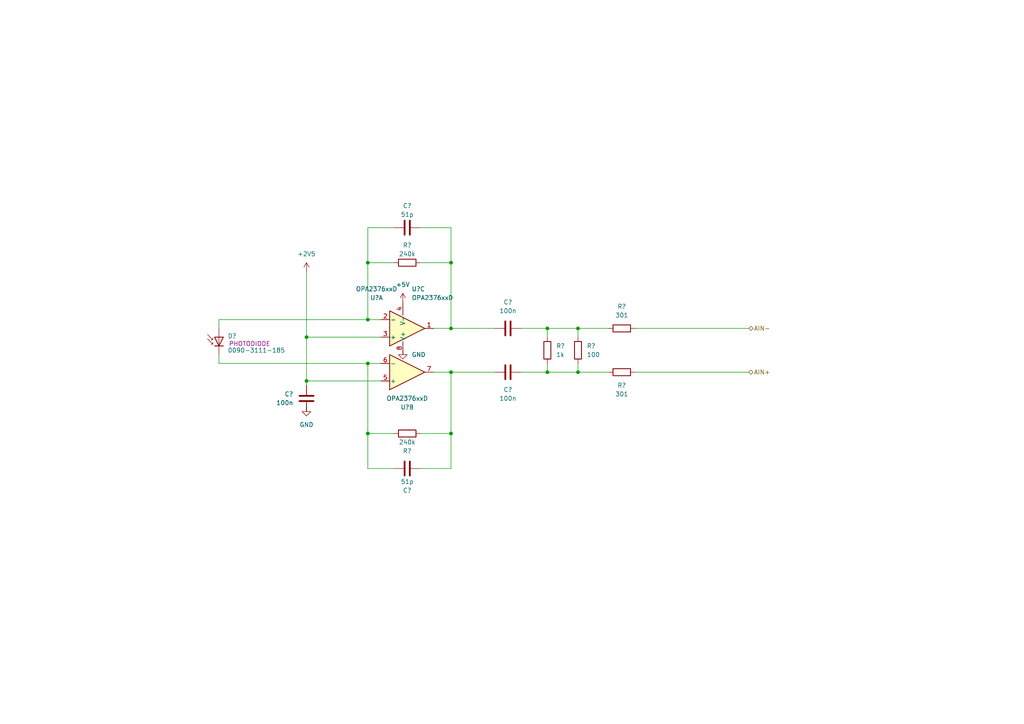
<source format=kicad_sch>
(kicad_sch (version 20211123) (generator eeschema)
  (paper "A4")
  (lib_symbols
    (symbol "Amplifier_Operational:OPA2376xxD" (pin_names (offset 0.127))
      (property "Reference" "U" (at 0 5.08 0))
      (property "Value" "OPA2376xxD" (at 0 -5.08 0))
      (symbol "OPA2376xxD_1_1"
        (polyline (pts (xy -5.08 5.08) (xy 5.08 0) (xy -5.08 -5.08) (xy -5.08 5.08)) (stroke (width 0.254)) (fill (type background)))
        (pin output line (at 7.62 0 180) (length 2.54) (name "~") (number "1"))
        (pin input line (at -7.62 -2.54 0) (length 2.54) (name "-") (number "2"))
        (pin input line (at -7.62 2.54 0) (length 2.54) (name "+") (number "3"))
      )
      (symbol "OPA2376xxD_2_1"
        (polyline (pts (xy -5.08 5.08) (xy 5.08 0) (xy -5.08 -5.08) (xy -5.08 5.08)) (stroke (width 0.254)) (fill (type background)))
        (pin input line (at -7.62 2.54 0) (length 2.54) (name "+") (number "5"))
        (pin input line (at -7.62 -2.54 0) (length 2.54) (name "-") (number "6"))
        (pin output line (at 7.62 0 180) (length 2.54) (name "~") (number "7"))
      )
      (symbol "OPA2376xxD_3_1"
        (pin power_in line (at -2.54 -7.62 90) (length 3.81) (name "V-") (number "4"))
        (pin power_in line (at -2.54 7.62 270) (length 3.81) (name "V+") (number "8"))
      )
    )
    (symbol "Device:C" (pin_numbers hide) (pin_names (offset 0.254))
      (property "Reference" "C" (at 0.635 2.54 0))
      (property "Value" "C" (at 0.635 -2.54 0))
      (symbol "C_0_1"
        (polyline (pts (xy -2.032 -0.762) (xy 2.032 -0.762)) (stroke (width 0.508)))
        (polyline (pts (xy -2.032 0.762) (xy 2.032 0.762)) (stroke (width 0.508)))
      )
      (symbol "C_1_1"
        (pin passive line (at 0 3.81 270) (length 2.794) (name "~") (number "1"))
        (pin passive line (at 0 -3.81 90) (length 2.794) (name "~") (number "2"))
      )
    )
    (symbol "Device:D_Photo" (pin_numbers hide) (pin_names hide)
      (property "Reference" "D" (at 0.508 1.778 0))
      (property "Value" "D_Photo" (at -1.016 -2.794 0))
      (symbol "D_Photo_0_1"
        (polyline (pts (xy -2.54 1.27) (xy -2.54 -1.27)) (stroke (width 0.254)))
        (polyline (pts (xy -2.032 1.778) (xy -1.524 1.778)))
        (polyline (pts (xy 0 0) (xy -2.54 0)))
        (polyline (pts (xy -0.508 3.302) (xy -2.032 1.778) (xy -2.032 2.286)))
        (polyline (pts (xy 0 -1.27) (xy 0 1.27) (xy -2.54 0) (xy 0 -1.27)) (stroke (width 0.254)))
        (polyline (pts (xy 0.762 3.302) (xy -0.762 1.778) (xy -0.762 2.286) (xy -0.762 1.778) (xy -0.254 1.778)))
      )
      (symbol "D_Photo_1_1"
        (pin passive line (at -5.08 0 0) (length 2.54) (name "K") (number "1"))
        (pin passive line (at 2.54 0 180) (length 2.54) (name "A") (number "2"))
      )
    )
    (symbol "Device:R" (pin_numbers hide) (pin_names (offset 0))
      (property "Reference" "R" (at 2.032 0 90))
      (property "Value" "R" (at 0 0 90))
      (symbol "R_0_1"
        (rectangle (start -1.016 -2.54) (end 1.016 2.54) (stroke (width 0.254)))
      )
      (symbol "R_1_1"
        (pin passive line (at 0 3.81 270) (length 1.27) (name "~") (number "1"))
        (pin passive line (at 0 -3.81 90) (length 1.27) (name "~") (number "2"))
      )
    )
    (symbol "power:+2V5" (power) (pin_names (offset 0))
      (property "Value" "+2V5" (at 0 3.556 0))
      (symbol "+2V5_0_1"
        (polyline (pts (xy -0.762 1.27) (xy 0 2.54)))
        (polyline (pts (xy 0 0) (xy 0 2.54)))
        (polyline (pts (xy 0 2.54) (xy 0.762 1.27)))
      )
      (symbol "+2V5_1_1"
        (pin power_in line (at 0 0 90) (length 0) hide (name "+2V5") (number "1"))
      )
    )
    (symbol "power:+5V" (power) (pin_names (offset 0))
      (property "Value" "+5V" (at 0 3.556 0))
      (symbol "+5V_0_1"
        (polyline (pts (xy -0.762 1.27) (xy 0 2.54)))
        (polyline (pts (xy 0 0) (xy 0 2.54)))
        (polyline (pts (xy 0 2.54) (xy 0.762 1.27)))
      )
      (symbol "+5V_1_1"
        (pin power_in line (at 0 0 90) (length 0) hide (name "+5V") (number "1"))
      )
    )
    (symbol "power:GND" (power) (pin_names (offset 0))
      (property "Value" "GND" (at 0 -3.81 0))
      (symbol "GND_0_1"
        (polyline (pts (xy 0 0) (xy 0 -1.27) (xy 1.27 -1.27) (xy 0 -2.54) (xy -1.27 -1.27) (xy 0 -1.27)))
      )
      (symbol "GND_1_1"
        (pin power_in line (at 0 0 270) (length 0) hide (name "GND") (number "1"))
      )
    )
  )
  (junction (at 130.81 76.2))
  (junction (at 88.9 97.79))
  (junction (at 130.81 95.25))
  (junction (at 167.64 107.95))
  (junction (at 106.68 76.2))
  (junction (at 106.68 105.41))
  (junction (at 158.75 107.95))
  (junction (at 130.81 125.73))
  (junction (at 167.64 95.25))
  (junction (at 106.68 125.73))
  (junction (at 106.68 92.71))
  (junction (at 130.81 107.95))
  (junction (at 158.75 95.25))
  (junction (at 88.9 110.49))
  (wire (pts (xy 63.5 95.25) (xy 63.5 92.71)))
  (wire (pts (xy 167.64 95.25) (xy 176.53 95.25)))
  (wire (pts (xy 106.68 105.41) (xy 106.68 125.73)))
  (wire (pts (xy 130.81 125.73) (xy 130.81 107.95)))
  (wire (pts (xy 158.75 107.95) (xy 167.64 107.95)))
  (wire (pts (xy 151.13 95.25) (xy 158.75 95.25)))
  (wire (pts (xy 106.68 105.41) (xy 110.49 105.41)))
  (wire (pts (xy 63.5 105.41) (xy 106.68 105.41)))
  (wire (pts (xy 184.15 107.95) (xy 217.17 107.95)))
  (wire (pts (xy 106.68 92.71) (xy 106.68 76.2)))
  (wire (pts (xy 125.73 95.25) (xy 130.81 95.25)))
  (wire (pts (xy 151.13 107.95) (xy 158.75 107.95)))
  (wire (pts (xy 125.73 107.95) (xy 130.81 107.95)))
  (wire (pts (xy 158.75 95.25) (xy 167.64 95.25)))
  (wire (pts (xy 121.92 125.73) (xy 130.81 125.73)))
  (wire (pts (xy 106.68 125.73) (xy 114.3 125.73)))
  (wire (pts (xy 88.9 97.79) (xy 110.49 97.79)))
  (wire (pts (xy 130.81 107.95) (xy 143.51 107.95)))
  (wire (pts (xy 106.68 76.2) (xy 114.3 76.2)))
  (wire (pts (xy 106.68 92.71) (xy 110.49 92.71)))
  (wire (pts (xy 106.68 66.04) (xy 106.68 76.2)))
  (wire (pts (xy 106.68 135.89) (xy 114.3 135.89)))
  (wire (pts (xy 130.81 66.04) (xy 130.81 76.2)))
  (wire (pts (xy 106.68 125.73) (xy 106.68 135.89)))
  (wire (pts (xy 130.81 95.25) (xy 143.51 95.25)))
  (wire (pts (xy 88.9 119.38) (xy 88.9 118.11)))
  (wire (pts (xy 116.84 101.6) (xy 116.84 102.87)))
  (wire (pts (xy 88.9 78.74) (xy 88.9 97.79)))
  (wire (pts (xy 184.15 95.25) (xy 217.17 95.25)))
  (wire (pts (xy 158.75 95.25) (xy 158.75 97.79)))
  (wire (pts (xy 88.9 110.49) (xy 88.9 111.76)))
  (wire (pts (xy 158.75 105.41) (xy 158.75 107.95)))
  (wire (pts (xy 167.64 107.95) (xy 176.53 107.95)))
  (wire (pts (xy 121.92 135.89) (xy 130.81 135.89)))
  (wire (pts (xy 130.81 125.73) (xy 130.81 135.89)))
  (wire (pts (xy 121.92 76.2) (xy 130.81 76.2)))
  (wire (pts (xy 106.68 66.04) (xy 114.3 66.04)))
  (wire (pts (xy 167.64 105.41) (xy 167.64 107.95)))
  (wire (pts (xy 88.9 97.79) (xy 88.9 110.49)))
  (wire (pts (xy 130.81 76.2) (xy 130.81 95.25)))
  (wire (pts (xy 63.5 92.71) (xy 106.68 92.71)))
  (wire (pts (xy 63.5 102.87) (xy 63.5 105.41)))
  (wire (pts (xy 121.92 66.04) (xy 130.81 66.04)))
  (wire (pts (xy 167.64 95.25) (xy 167.64 97.79)))
  (wire (pts (xy 88.9 110.49) (xy 110.49 110.49)))
  (hierarchical_label "AIN-" (shape bidirectional) (at 217.17 95.25 0))
  (hierarchical_label "AIN+" (shape bidirectional) (at 217.17 107.95 0))
  (symbol (lib_id "Device:R") (at 167.64 101.6 0) (unit 1)
    (property "Reference" "R?" (at 170.18 100.3299 0) (effects (justify left)))
    (property "Value" "100" (at 170.18 102.8699 0) (effects (justify left)))
  )
  (symbol (lib_id "power:GND") (at 88.9 118.11 0) (unit 1)
    (property "Reference" "#PWR?" (effects hide))
    (property "Value" "GND" (at 88.9 123.19 0))
  )
  (symbol (lib_id "Device:R") (at 118.11 125.73 270) (mirror x) (unit 1)
    (property "Reference" "R?" (at 118.11 130.81 90))
    (property "Value" "240k" (at 118.11 128.27 90))
  )
  (symbol (lib_id "Device:R") (at 180.34 95.25 90) (unit 1)
    (property "Reference" "R?" (at 180.34 88.9 90))
    (property "Value" "301" (at 180.34 91.44 90))
  )
  (symbol (lib_id "Device:R") (at 118.11 76.2 90) (unit 1)
    (property "Reference" "R?" (at 118.11 71.12 90))
    (property "Value" "240k" (at 118.11 73.66 90))
  )
  (symbol (lib_id "Device:R") (at 158.75 101.6 0) (unit 1)
    (property "Reference" "R?" (at 161.29 100.3299 0) (effects (justify left)))
    (property "Value" "1k" (at 161.29 102.8699 0) (effects (justify left)))
  )
  (symbol (lib_id "power:+5V") (at 116.84 87.63 0) (unit 1)
    (property "Reference" "#PWR?" (effects hide))
    (property "Value" "+5V" (at 116.84 82.55 0))
  )
  (symbol (lib_id "power:+2V5") (at 88.9 78.74 0) (unit 1)
    (property "Reference" "#PWR?" (effects hide))
    (property "Value" "+2V5" (at 88.9 73.66 0))
  )
  (symbol (lib_id "Amplifier_Operational:OPA2376xxD") (at 114.3 95.25 180) (unit 3)
    (property "Reference" "U?" (at 119.38 83.82 0) (effects (justify right)))
    (property "Value" "OPA2376xxD" (at 119.38 86.36 0) (effects (justify right)))
    (property "Datasheet" "http://www.ti.com/lit/ds/symlink/opa376.pdf" (effects hide))
  )
  (symbol (lib_id "Device:C") (at 118.11 135.89 90) (unit 1)
    (property "Reference" "C?" (at 118.11 142.24 90))
    (property "Value" "51p" (at 118.11 139.7 90))
  )
  (symbol (lib_id "Amplifier_Operational:OPA2376xxD") (at 118.11 95.25 0) (mirror x) (unit 1)
    (property "Reference" "U?" (at 109.22 86.36 0))
    (property "Value" "OPA2376xxD" (at 109.22 83.82 0))
    (property "Datasheet" "http://www.ti.com/lit/ds/symlink/opa376.pdf" (effects hide))
  )
  (symbol (lib_id "Device:C") (at 147.32 107.95 90) (unit 1)
    (property "Reference" "C?" (at 147.32 113.03 90))
    (property "Value" "100n" (at 147.32 115.57 90))
  )
  (symbol (lib_id "power:GND") (at 116.84 101.6 0) (unit 1)
    (property "Reference" "#PWR?" (effects hide))
    (property "Value" "GND" (at 119.38 102.8699 0) (effects (justify left)))
  )
  (symbol (lib_id "Device:C") (at 118.11 66.04 90) (unit 1)
    (property "Reference" "C?" (at 118.11 59.69 90))
    (property "Value" "51p" (at 118.11 62.23 90))
  )
  (symbol (lib_id "Device:C") (at 147.32 95.25 90) (unit 1)
    (property "Reference" "C?" (at 147.32 87.63 90))
    (property "Value" "100n" (at 147.32 90.17 90))
  )
  (symbol (lib_id "Device:R") (at 180.34 107.95 90) (unit 1)
    (property "Reference" "R?" (at 180.34 111.76 90))
    (property "Value" "301" (at 180.34 114.3 90))
  )
  (symbol (lib_id "Amplifier_Operational:OPA2376xxD") (at 118.11 107.95 0) (mirror x) (unit 2)
    (property "Reference" "U?" (at 118.11 118.11 0))
    (property "Value" "OPA2376xxD" (at 118.11 115.57 0))
    (property "Datasheet" "http://www.ti.com/lit/ds/symlink/opa376.pdf" (effects hide))
  )
  (symbol (lib_id "Device:D_Photo") (at 63.5 97.79 90) (unit 1)
    (property "Reference" "D?" (at 66.04 97.4724 90) (effects (justify right)))
    (property "Value" "0090-3111-185" (at 66.04 101.6 90) (effects (justify right)))
    (property "Humanlabel" "PHOTODIODE" (at 72.39 99.695 90))
  )
  (symbol (lib_id "Device:C") (at 88.9 115.57 0) (mirror x) (unit 1)
    (property "Reference" "C?" (at 85.09 114.2999 0) (effects (justify right)))
    (property "Value" "100n" (at 85.09 116.8399 0) (effects (justify right)))
  )
)
</source>
